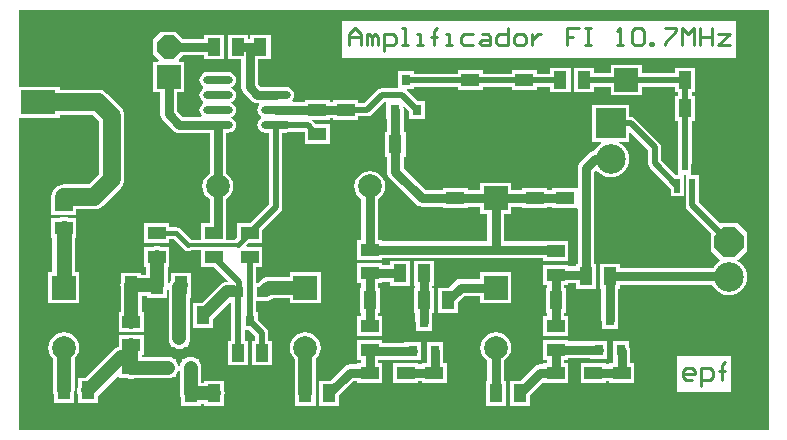
<source format=gtl>
%FSLAX25Y25*%
%MOIN*%
G70*
G01*
G75*
G04 Layer_Physical_Order=1*
G04 Layer_Color=255*
%ADD10R,0.11811X0.07874*%
%ADD11R,0.19685X0.11811*%
%ADD12R,0.05906X0.04331*%
%ADD13R,0.04331X0.05906*%
%ADD14R,0.01969X0.04724*%
%ADD15R,0.03150X0.03543*%
%ADD16O,0.09843X0.02756*%
%ADD17C,0.03150*%
%ADD18C,0.01969*%
%ADD19C,0.05906*%
%ADD20C,0.01575*%
%ADD21C,0.01181*%
%ADD22C,0.03937*%
%ADD23C,0.04724*%
%ADD24C,0.05118*%
%ADD25C,0.00945*%
%ADD26R,0.07874X0.07874*%
%ADD27R,0.07874X0.07874*%
%ADD28P,0.08523X8X112.5*%
%ADD29C,0.07874*%
%ADD30P,0.10653X8X292.5*%
%ADD31C,0.09843*%
%ADD32R,0.09843X0.09843*%
G36*
X252918Y2987D02*
X2987D01*
Y106882D01*
X16587D01*
Y107831D01*
X27773D01*
X29831Y105773D01*
Y88227D01*
X26273Y84670D01*
X18000D01*
X16921Y84527D01*
X15915Y84111D01*
X15052Y83448D01*
X14389Y82585D01*
X13973Y81579D01*
X13934Y81283D01*
X13866D01*
Y80771D01*
X13830Y80500D01*
X13866Y80229D01*
Y74591D01*
X22134D01*
Y76331D01*
X28000D01*
X28000Y76331D01*
X29079Y76473D01*
X30085Y76889D01*
X30948Y77552D01*
X36948Y83552D01*
X36948Y83552D01*
X37611Y84415D01*
X38027Y85421D01*
X38170Y86500D01*
Y107500D01*
X38170Y107500D01*
X38027Y108579D01*
X37611Y109585D01*
X36948Y110448D01*
X32448Y114948D01*
X31585Y115611D01*
X30579Y116027D01*
X29500Y116170D01*
X29500Y116170D01*
X16587D01*
Y117118D01*
X2987D01*
Y142682D01*
X252918D01*
Y2987D01*
D02*
G37*
%LPC*%
G36*
X144496Y32032D02*
X138984D01*
Y29259D01*
X138961Y29079D01*
Y25284D01*
X137366D01*
Y24717D01*
X136134D01*
Y25284D01*
X127866D01*
Y18591D01*
X136134D01*
Y19157D01*
X137366D01*
Y18591D01*
X145634D01*
Y25284D01*
X144520D01*
Y29079D01*
X144496Y29259D01*
Y32032D01*
D02*
G37*
G36*
X240401Y27530D02*
X222374D01*
Y15406D01*
X240401D01*
Y27530D01*
D02*
G37*
G36*
X124134Y32909D02*
X115866D01*
Y26217D01*
X117220D01*
Y25284D01*
X115866D01*
Y24717D01*
X113374D01*
X112655Y24622D01*
X111984Y24344D01*
X111408Y23902D01*
X106640Y19134D01*
X103091D01*
Y10866D01*
X109783D01*
Y14415D01*
X114525Y19157D01*
X115866D01*
Y18591D01*
X124134D01*
Y25284D01*
X122780D01*
Y26217D01*
X124134D01*
Y26299D01*
X131504D01*
Y26126D01*
X137016D01*
Y28898D01*
X137039Y29079D01*
X137016Y29259D01*
Y32032D01*
X131504D01*
Y31858D01*
X124134D01*
Y32909D01*
D02*
G37*
G36*
X206496Y32531D02*
X200984D01*
Y29759D01*
X200960Y29579D01*
X200984Y29398D01*
Y26626D01*
X201220D01*
Y25284D01*
X199866D01*
Y24717D01*
X198634D01*
Y25284D01*
X190366D01*
Y18591D01*
X198634D01*
Y19157D01*
X199866D01*
Y18591D01*
X208134D01*
Y25284D01*
X206780D01*
Y29319D01*
X206685Y30038D01*
X206496Y30494D01*
Y32531D01*
D02*
G37*
G36*
X98500Y35477D02*
X97164Y35301D01*
X95919Y34786D01*
X94850Y33965D01*
X94029Y32896D01*
X93514Y31651D01*
X93338Y30315D01*
X93514Y28979D01*
X94029Y27734D01*
X94850Y26665D01*
X94926Y26606D01*
Y15063D01*
X94926Y15063D01*
X94926D01*
X95048Y14138D01*
X95217Y13731D01*
Y10866D01*
X101909D01*
Y13820D01*
X102015Y14075D01*
X102137Y15000D01*
X102074Y15478D01*
Y26606D01*
X102150Y26665D01*
X102971Y27734D01*
X103486Y28979D01*
X103662Y30315D01*
X103486Y31651D01*
X102971Y32896D01*
X102150Y33965D01*
X101081Y34786D01*
X99836Y35301D01*
X98500Y35477D01*
D02*
G37*
G36*
X40500Y34637D02*
X39575Y34515D01*
X39320Y34409D01*
X36366D01*
Y30490D01*
X36075Y30452D01*
X35213Y30095D01*
X34473Y29527D01*
X25080Y20134D01*
X22654D01*
Y17180D01*
X22548Y16925D01*
X22426Y16000D01*
X22548Y15075D01*
X22654Y14820D01*
Y11866D01*
X29346D01*
Y14292D01*
X35904Y20850D01*
X36366Y20659D01*
Y20091D01*
X39320D01*
X39575Y19985D01*
X40500Y19863D01*
X41425Y19985D01*
X41473Y20005D01*
X52760D01*
X53685Y20127D01*
X54547Y20484D01*
X54732Y20626D01*
X55516D01*
Y21350D01*
X55855Y21792D01*
X56176Y22567D01*
X56666Y22469D01*
Y15197D01*
X56788Y14272D01*
X56997Y13767D01*
X57091Y13542D01*
Y10866D01*
X63784D01*
Y11426D01*
X64717D01*
Y10866D01*
X71409D01*
Y13820D01*
X71515Y14075D01*
X71637Y15000D01*
X71515Y15925D01*
X71409Y16180D01*
Y19134D01*
X64717D01*
Y18574D01*
X63814D01*
Y23579D01*
X63692Y24504D01*
X63335Y25366D01*
X62996Y25808D01*
Y26531D01*
X62213D01*
X62027Y26674D01*
X61165Y27031D01*
X60240Y27153D01*
X59315Y27031D01*
X58453Y26674D01*
X58268Y26531D01*
X57484D01*
Y25808D01*
X57145Y25366D01*
X56788Y24504D01*
X56750Y24215D01*
X56250D01*
X56212Y24504D01*
X55855Y25366D01*
X55516Y25808D01*
Y26531D01*
X54732D01*
X54547Y26674D01*
X53685Y27031D01*
X52760Y27153D01*
X44074D01*
Y27716D01*
X44634D01*
Y34409D01*
X41680D01*
X41425Y34515D01*
X40500Y34637D01*
D02*
G37*
G36*
X18000Y35477D02*
X16664Y35301D01*
X15419Y34786D01*
X14350Y33965D01*
X13529Y32896D01*
X13014Y31651D01*
X12838Y30315D01*
X13014Y28979D01*
X13529Y27734D01*
X14350Y26665D01*
X14426Y26606D01*
Y16126D01*
X14548Y15201D01*
X14780Y14642D01*
Y11866D01*
X21472D01*
Y15356D01*
X21574Y16126D01*
Y26606D01*
X21650Y26665D01*
X22471Y27734D01*
X22986Y28979D01*
X23162Y30315D01*
X22986Y31651D01*
X22471Y32896D01*
X21650Y33965D01*
X20581Y34786D01*
X19336Y35301D01*
X18000Y35477D01*
D02*
G37*
G36*
X162000D02*
X160664Y35301D01*
X159419Y34786D01*
X158350Y33965D01*
X157529Y32896D01*
X157014Y31651D01*
X156838Y30315D01*
X157014Y28979D01*
X157529Y27734D01*
X158350Y26665D01*
X159220Y25997D01*
Y19134D01*
X158716D01*
Y10866D01*
X165409D01*
Y19134D01*
X164780D01*
Y25997D01*
X165650Y26665D01*
X166471Y27734D01*
X166986Y28979D01*
X167162Y30315D01*
X166986Y31651D01*
X166471Y32896D01*
X165650Y33965D01*
X164581Y34786D01*
X163336Y35301D01*
X162000Y35477D01*
D02*
G37*
G36*
X55559Y135618D02*
X50441D01*
X47882Y133059D01*
Y127941D01*
X49743Y126080D01*
X49551Y125618D01*
X47882D01*
Y115382D01*
X50220D01*
Y108000D01*
X50315Y107281D01*
X50593Y106610D01*
X51034Y106035D01*
X54535Y102534D01*
X54535Y102534D01*
X54535D01*
X54535Y102534D01*
X54535D01*
X54535Y102534D01*
Y102534D01*
Y102534D01*
D01*
D01*
X54535D01*
Y102534D01*
X55110Y102093D01*
X55781Y101815D01*
X56500Y101720D01*
X66575D01*
Y88318D01*
X65704Y87650D01*
X64884Y86581D01*
X64368Y85336D01*
X64192Y84000D01*
X64368Y82664D01*
X64884Y81419D01*
X65704Y80350D01*
X66575Y79682D01*
Y71784D01*
X63866D01*
Y66306D01*
X60532D01*
X56982Y69856D01*
X56331Y70291D01*
X55563Y70444D01*
X53134D01*
Y71784D01*
X44866D01*
Y65091D01*
X53134D01*
Y66430D01*
X54732D01*
X58081Y63081D01*
X58732Y62646D01*
X59500Y62493D01*
X60268Y62646D01*
X60340Y62694D01*
X63866D01*
Y57217D01*
X68224D01*
X72802Y52639D01*
X72611Y52177D01*
X72437D01*
X71615Y52069D01*
X70849Y51751D01*
X70191Y51246D01*
X64078Y45134D01*
X61091D01*
Y36866D01*
X67783D01*
Y39854D01*
X73393Y45464D01*
X73855Y45272D01*
Y32634D01*
X72716D01*
Y24366D01*
X79409D01*
Y32634D01*
X78271D01*
Y36126D01*
X79830D01*
X81729Y34227D01*
Y32634D01*
X80591D01*
Y24366D01*
X87283D01*
Y32634D01*
X86145D01*
Y35142D01*
X85977Y35987D01*
X85498Y36703D01*
X82756Y39445D01*
Y42031D01*
X82208D01*
Y45968D01*
X85178D01*
X85500Y45926D01*
X85822Y45968D01*
X86496D01*
Y46077D01*
X87287Y46405D01*
X87725Y46741D01*
X93382D01*
Y45197D01*
X103618D01*
Y55433D01*
X93382D01*
Y53889D01*
X86315D01*
X85390Y53767D01*
X84885Y53558D01*
X84528Y53410D01*
X83788Y52842D01*
X82973Y52027D01*
X82855Y51874D01*
X82208D01*
Y57217D01*
X84134D01*
Y63909D01*
X78936D01*
X78745Y64371D01*
X79464Y65091D01*
X84134D01*
Y69449D01*
X90207Y75522D01*
X90685Y76238D01*
X90853Y77083D01*
Y101919D01*
X92189D01*
X92857Y102007D01*
X93480Y102265D01*
X93515Y102292D01*
X98342D01*
X98366Y102268D01*
Y98216D01*
X106634D01*
Y104909D01*
X101969D01*
X100818Y106061D01*
X100827Y106091D01*
X106634D01*
Y106720D01*
X107866D01*
Y106091D01*
X116134D01*
Y107355D01*
X119063D01*
X119908Y107523D01*
X120624Y108002D01*
X120624Y108002D01*
X120624Y108002D01*
X124915Y112292D01*
X125504D01*
Y109759D01*
X125480Y109579D01*
X125504Y109398D01*
Y106626D01*
X125783D01*
Y102134D01*
X125216D01*
Y93866D01*
X125783D01*
Y88937D01*
X125783Y88937D01*
X125783D01*
X125878Y88218D01*
X126156Y87547D01*
X126597Y86971D01*
X135471Y78097D01*
X136047Y77656D01*
X136718Y77378D01*
X137437Y77283D01*
X144366D01*
Y76717D01*
X152634D01*
Y77283D01*
X156882D01*
Y74882D01*
X159220D01*
Y65717D01*
X124134D01*
Y66284D01*
X122780D01*
Y79682D01*
X123650Y80350D01*
X124471Y81419D01*
X124986Y82664D01*
X125162Y84000D01*
X124986Y85336D01*
X124471Y86581D01*
X123650Y87650D01*
X122581Y88471D01*
X121336Y88986D01*
X120000Y89162D01*
X118664Y88986D01*
X117419Y88471D01*
X116350Y87650D01*
X115529Y86581D01*
X115014Y85336D01*
X114838Y84000D01*
X115014Y82664D01*
X115529Y81419D01*
X116350Y80350D01*
X117220Y79682D01*
Y66284D01*
X115866D01*
Y59591D01*
X124134D01*
Y60157D01*
X177866D01*
Y59091D01*
X186134D01*
Y65784D01*
X177866D01*
Y65717D01*
X164780D01*
Y74882D01*
X167118D01*
Y77283D01*
X170866D01*
Y76717D01*
X179134D01*
Y77283D01*
X180866D01*
Y76717D01*
X188930D01*
X189283Y76363D01*
Y58134D01*
X188716D01*
Y57343D01*
X186134D01*
Y57909D01*
X177866D01*
Y51217D01*
X179220D01*
Y50134D01*
X178591D01*
Y41866D01*
X179220D01*
Y40784D01*
X177866D01*
Y34091D01*
X186134D01*
Y40784D01*
X184780D01*
Y41866D01*
X185284D01*
Y50134D01*
X184780D01*
Y51217D01*
X186134D01*
Y51783D01*
X188716D01*
Y49866D01*
X195409D01*
Y58134D01*
X194843D01*
Y88898D01*
X195205Y89243D01*
X195675Y89220D01*
X195979Y88849D01*
X196908Y88087D01*
X197968Y87520D01*
X199119Y87171D01*
X200315Y87053D01*
X201511Y87171D01*
X202661Y87520D01*
X203722Y88087D01*
X204651Y88849D01*
X205413Y89778D01*
X205980Y90838D01*
X206329Y91989D01*
X206447Y93185D01*
X206329Y94381D01*
X205980Y95532D01*
X205413Y96592D01*
X204651Y97521D01*
X203722Y98283D01*
X202661Y98850D01*
X202668Y98894D01*
X206417D01*
Y101807D01*
X206879Y101998D01*
X212792Y96086D01*
Y91701D01*
X212960Y90856D01*
X213439Y90140D01*
X213439Y90140D01*
X213439Y90140D01*
X220276Y83303D01*
Y80717D01*
X224606D01*
Y84047D01*
X224649Y84260D01*
X224606Y84473D01*
Y87803D01*
X224606D01*
Y87843D01*
X224960Y88197D01*
X225394D01*
Y87803D01*
X225394D01*
Y84473D01*
X225351Y84260D01*
Y77752D01*
X225519Y76907D01*
X225998Y76191D01*
X225998Y76191D01*
X225998Y76191D01*
X233583Y68606D01*
Y62575D01*
X236611Y59547D01*
X236538Y59052D01*
X236278Y58913D01*
X235349Y58151D01*
X234587Y57222D01*
X234350Y56780D01*
X203284D01*
Y58134D01*
X196591D01*
Y49866D01*
X197220D01*
Y39421D01*
X197244Y39241D01*
Y36468D01*
X202756D01*
Y39241D01*
X202780Y39421D01*
Y49866D01*
X203284D01*
Y51220D01*
X234153D01*
X234587Y50408D01*
X235349Y49479D01*
X236278Y48717D01*
X237338Y48150D01*
X238489Y47801D01*
X239685Y47683D01*
X240881Y47801D01*
X242032Y48150D01*
X243092Y48717D01*
X244021Y49479D01*
X244783Y50408D01*
X245350Y51468D01*
X245699Y52619D01*
X245817Y53815D01*
X245699Y55011D01*
X245350Y56161D01*
X244783Y57222D01*
X244021Y58151D01*
X243092Y58913D01*
X242032Y59480D01*
X242038Y59524D01*
X242736D01*
X245787Y62575D01*
Y68677D01*
X242736Y71728D01*
X236705D01*
X229767Y78667D01*
Y84260D01*
X229724Y84473D01*
Y87803D01*
X227165D01*
Y88197D01*
X227165D01*
Y91273D01*
X227271Y91803D01*
Y105866D01*
X228409D01*
Y114134D01*
X227271D01*
Y115366D01*
X228409D01*
Y123634D01*
X221716D01*
Y121708D01*
X210618D01*
Y124618D01*
X200382D01*
Y121708D01*
X194783D01*
Y123634D01*
X188091D01*
Y115366D01*
X194783D01*
Y117292D01*
X200382D01*
Y114382D01*
X210618D01*
Y117292D01*
X221716D01*
Y115366D01*
X222855D01*
Y114134D01*
X221716D01*
Y105866D01*
X222855D01*
Y95284D01*
X222835D01*
Y91953D01*
X222792Y91740D01*
X222835Y91527D01*
Y88197D01*
X222835D01*
Y88157D01*
X222481Y87803D01*
X222020D01*
X217208Y92615D01*
Y97000D01*
X217040Y97845D01*
X216561Y98561D01*
X208565Y106557D01*
X207849Y107036D01*
X207004Y107204D01*
X206417D01*
Y111098D01*
X194213D01*
Y98894D01*
X197021D01*
X197142Y98409D01*
X196908Y98283D01*
X195979Y97521D01*
X195217Y96592D01*
X194858Y95922D01*
X194466Y95870D01*
X193795Y95592D01*
X193219Y95151D01*
X190097Y92028D01*
X189656Y91453D01*
X189378Y90782D01*
X189283Y90063D01*
Y83559D01*
X189134Y83410D01*
X188930Y83409D01*
X188930Y83410D01*
Y83409D01*
X180866D01*
Y82843D01*
X179134D01*
Y83409D01*
X170866D01*
Y82843D01*
X167118D01*
Y85118D01*
X156882D01*
Y82843D01*
X152634D01*
Y83409D01*
X144366D01*
Y82843D01*
X138588D01*
X131343Y90088D01*
Y93866D01*
X131909D01*
Y102134D01*
X131343D01*
Y109276D01*
X131248Y109995D01*
X131064Y110439D01*
X131480Y110717D01*
X132984Y109212D01*
Y106626D01*
X138496D01*
Y112531D01*
X135910D01*
X132380Y116061D01*
X132504Y116469D01*
X134756D01*
Y117213D01*
X149366D01*
Y116091D01*
X157634D01*
Y117229D01*
X167366D01*
Y116091D01*
X175634D01*
Y117229D01*
X180217D01*
Y115366D01*
X186909D01*
Y123634D01*
X180217D01*
Y121645D01*
X175634D01*
Y122784D01*
X167366D01*
Y121645D01*
X157634D01*
Y122784D01*
X149366D01*
Y121629D01*
X134756D01*
Y122374D01*
X129244D01*
Y116708D01*
X124000D01*
X123155Y116540D01*
X122439Y116061D01*
X118149Y111771D01*
X116134D01*
Y112784D01*
X107866D01*
Y112280D01*
X106634D01*
Y112784D01*
X98366D01*
Y112280D01*
X94276D01*
X94055Y112728D01*
X94424Y113209D01*
X94682Y113832D01*
X94770Y114500D01*
X94682Y115168D01*
X94424Y115791D01*
X94014Y116325D01*
X93480Y116735D01*
X92857Y116993D01*
X92189Y117081D01*
X89616D01*
X89365Y117185D01*
X88646Y117280D01*
X83651D01*
X82780Y118151D01*
Y126366D01*
X86909D01*
Y134634D01*
X80216D01*
Y133280D01*
X79283D01*
Y134634D01*
X72591D01*
Y126366D01*
X77220D01*
Y117000D01*
X77220Y117000D01*
X77220D01*
X77315Y116281D01*
X77593Y115610D01*
X78035Y115034D01*
X80534Y112534D01*
X80534Y112534D01*
X80534D01*
X80534Y112534D01*
X80534D01*
X80534Y112534D01*
Y112534D01*
Y112534D01*
D01*
D01*
X80534D01*
Y112534D01*
X81110Y112093D01*
X81781Y111815D01*
X81781Y111815D01*
X81781Y111815D01*
D01*
X81781Y111815D01*
X81781Y111815D01*
X82500Y111720D01*
X83015D01*
X83236Y111272D01*
X82867Y110791D01*
X82609Y110168D01*
X82521Y109500D01*
X82609Y108832D01*
X82867Y108209D01*
X83277Y107675D01*
X83812Y107265D01*
X83847Y107250D01*
Y106750D01*
X83812Y106735D01*
X83277Y106325D01*
X82867Y105791D01*
X82609Y105168D01*
X82521Y104500D01*
X82609Y103832D01*
X82867Y103209D01*
X83277Y102675D01*
X83812Y102265D01*
X84434Y102007D01*
X85102Y101919D01*
X86438D01*
Y77997D01*
X80224Y71784D01*
X75866D01*
Y67170D01*
X75003Y66306D01*
X72134D01*
Y69790D01*
X72134Y69791D01*
Y79682D01*
X73005Y80350D01*
X73825Y81419D01*
X74341Y82664D01*
X74517Y84000D01*
X74341Y85336D01*
X73825Y86581D01*
X73005Y87650D01*
X72134Y88318D01*
Y101919D01*
X72898D01*
X73566Y102007D01*
X74188Y102265D01*
X74723Y102675D01*
X75133Y103209D01*
X75391Y103832D01*
X75479Y104500D01*
X75391Y105168D01*
X75133Y105791D01*
X74723Y106325D01*
X74188Y106735D01*
X73566Y106993D01*
X74188Y107265D01*
X74188D01*
D01*
D01*
D01*
X74188Y107265D01*
X74723Y107675D01*
X75133Y108209D01*
X75391Y108832D01*
X75479Y109500D01*
X75391Y110168D01*
X75133Y110791D01*
X74723Y111325D01*
X74188Y111735D01*
X73566Y111993D01*
X74188Y112265D01*
X74188D01*
D01*
D01*
D01*
X74188Y112265D01*
X74723Y112675D01*
X75133Y113209D01*
X75391Y113832D01*
X75479Y114500D01*
X75391Y115168D01*
X75133Y115791D01*
X74723Y116325D01*
X74188Y116735D01*
X73566Y116993D01*
X74188Y117265D01*
X74188D01*
D01*
D01*
D01*
X74188Y117265D01*
X74723Y117675D01*
X75133Y118209D01*
X75391Y118832D01*
X75479Y119500D01*
X75391Y120168D01*
X75133Y120791D01*
X74723Y121325D01*
X74188Y121735D01*
X73566Y121993D01*
X72898Y122081D01*
X65811D01*
X65143Y121993D01*
X64521Y121735D01*
X63986Y121325D01*
X63576Y120791D01*
X63318Y120168D01*
X63230Y119500D01*
X63318Y118832D01*
X63576Y118209D01*
X63986Y117675D01*
X64521Y117265D01*
X64556Y117250D01*
Y116750D01*
X64521Y116735D01*
X63986Y116325D01*
X63576Y115791D01*
X63318Y115168D01*
X63230Y114500D01*
X63318Y113832D01*
X63576Y113209D01*
X63986Y112675D01*
X64521Y112265D01*
X64556Y112250D01*
Y111750D01*
X64521Y111735D01*
X63986Y111325D01*
X63576Y110791D01*
X63318Y110168D01*
X63230Y109500D01*
X63318Y108832D01*
X63576Y108209D01*
X63945Y107728D01*
X63724Y107280D01*
X57651D01*
X55780Y109151D01*
Y115382D01*
X58118D01*
Y125618D01*
X56449D01*
X56257Y126080D01*
X57898Y127720D01*
X64717D01*
Y126366D01*
X71409D01*
Y134634D01*
X64717D01*
Y133280D01*
X57898D01*
X55559Y135618D01*
D02*
G37*
G36*
X49000Y64137D02*
X48075Y64015D01*
X47820Y63909D01*
X44866D01*
Y57217D01*
X45489D01*
Y54574D01*
X43784D01*
Y55134D01*
X37091D01*
Y52180D01*
X36985Y51925D01*
X36863Y51000D01*
X36926Y50522D01*
Y42283D01*
X36366D01*
Y35591D01*
X39320D01*
X39575Y35485D01*
X40500Y35363D01*
X41425Y35485D01*
X41680Y35591D01*
X44634D01*
Y42283D01*
X44074D01*
Y47426D01*
X45717D01*
Y46866D01*
X52409D01*
Y49495D01*
X52796Y49812D01*
X52926Y49786D01*
Y33421D01*
X53048Y32496D01*
X53405Y31634D01*
X53744Y31192D01*
Y30468D01*
X54528D01*
X54713Y30326D01*
X55575Y29969D01*
X56500Y29847D01*
X57425Y29969D01*
X58287Y30326D01*
X58472Y30468D01*
X59256D01*
Y31192D01*
X59595Y31634D01*
X59952Y32496D01*
X60074Y33421D01*
Y46866D01*
X60283D01*
Y49820D01*
X60389Y50075D01*
X60511Y51000D01*
X60389Y51925D01*
X60283Y52180D01*
Y55134D01*
X53591D01*
Y52592D01*
X53405Y52350D01*
X53257Y51993D01*
X53127Y51679D01*
X52637Y51777D01*
Y57217D01*
X53134D01*
Y63909D01*
X50180D01*
X49925Y64015D01*
X49000Y64137D01*
D02*
G37*
G36*
X242053Y139030D02*
X110874D01*
Y126906D01*
X242053D01*
Y139030D01*
D02*
G37*
G36*
X133409Y59134D02*
X126716D01*
Y57780D01*
X124134D01*
Y58409D01*
X115866D01*
Y51717D01*
X117220D01*
Y50134D01*
X116591D01*
Y41866D01*
X117220D01*
Y40784D01*
X115866D01*
Y34091D01*
X124134D01*
Y40784D01*
X122780D01*
Y41866D01*
X123284D01*
Y50134D01*
X122780D01*
Y51717D01*
X124134D01*
Y52220D01*
X126716D01*
Y50866D01*
X133409D01*
Y59134D01*
D02*
G37*
G36*
X141284D02*
X134591D01*
Y50866D01*
X135220D01*
Y50134D01*
X134716D01*
Y41866D01*
X135220D01*
Y38921D01*
X135244Y38741D01*
Y35969D01*
X140756D01*
Y38741D01*
X140780Y38921D01*
Y41866D01*
X141409D01*
Y50134D01*
X140780D01*
Y50866D01*
X141284D01*
Y59134D01*
D02*
G37*
G36*
X186134Y32909D02*
X177866D01*
Y26217D01*
X179220D01*
Y25284D01*
X177866D01*
Y24717D01*
X176874D01*
X176155Y24622D01*
X175484Y24344D01*
X174908Y23902D01*
X170140Y19134D01*
X166591D01*
Y10866D01*
X173284D01*
Y14415D01*
X177578Y18710D01*
X177866Y18590D01*
Y18590D01*
X177866Y18591D01*
X186134D01*
Y25284D01*
X184780D01*
Y26217D01*
X186134D01*
Y26799D01*
X193504D01*
Y26626D01*
X199016D01*
Y29398D01*
X199039Y29579D01*
X199016Y29759D01*
Y32531D01*
X193504D01*
Y32358D01*
X186134D01*
Y32909D01*
D02*
G37*
G36*
X167118Y55433D02*
X156882D01*
Y53095D01*
X150252D01*
X149532Y53000D01*
X148862Y52722D01*
X148286Y52280D01*
X146140Y50134D01*
X142591D01*
Y41866D01*
X149284D01*
Y45415D01*
X151403Y47535D01*
X156882D01*
Y45197D01*
X167118D01*
Y55433D01*
D02*
G37*
G36*
X18000Y73835D02*
X17024Y73707D01*
X16306Y73409D01*
X13866D01*
Y66716D01*
X14228D01*
Y55433D01*
X12882D01*
Y45197D01*
X23118D01*
Y55433D01*
X21772D01*
Y66716D01*
X22134D01*
Y73409D01*
X19694D01*
X18976Y73707D01*
X18000Y73835D01*
D02*
G37*
%LPD*%
D10*
X9500Y112000D02*
D03*
D11*
X13043Y95465D02*
D03*
Y128535D02*
D03*
D12*
X185000Y80063D02*
D03*
Y87937D02*
D03*
X148500Y80063D02*
D03*
Y87937D02*
D03*
X175000Y80063D02*
D03*
Y87937D02*
D03*
X80000Y60563D02*
D03*
Y68437D02*
D03*
X68000Y60563D02*
D03*
Y68437D02*
D03*
X182000Y62437D02*
D03*
Y54563D02*
D03*
X120000Y62937D02*
D03*
Y55063D02*
D03*
X49000Y68437D02*
D03*
Y60563D02*
D03*
X182000Y37437D02*
D03*
Y29563D02*
D03*
X120000Y37437D02*
D03*
Y29563D02*
D03*
X40500Y38937D02*
D03*
Y31063D02*
D03*
X18000Y77937D02*
D03*
Y70063D02*
D03*
X182000Y21937D02*
D03*
Y14063D02*
D03*
X120000Y21937D02*
D03*
Y14063D02*
D03*
X40500Y23437D02*
D03*
Y15563D02*
D03*
X204000Y14063D02*
D03*
Y21937D02*
D03*
X194500D02*
D03*
Y14063D02*
D03*
X141500D02*
D03*
Y21937D02*
D03*
X132000D02*
D03*
Y14063D02*
D03*
X171500Y111563D02*
D03*
Y119437D02*
D03*
X102500Y109437D02*
D03*
Y101563D02*
D03*
X112000D02*
D03*
X112000Y109437D02*
D03*
X153500Y111563D02*
D03*
Y119437D02*
D03*
D13*
X76063Y28500D02*
D03*
X83937D02*
D03*
X181937Y46000D02*
D03*
X174063D02*
D03*
X119937D02*
D03*
X112063D02*
D03*
X40437Y51000D02*
D03*
X32563D02*
D03*
X192063Y54000D02*
D03*
X199937D02*
D03*
X130063Y55000D02*
D03*
X137937D02*
D03*
X49063Y51000D02*
D03*
X56937D02*
D03*
X232937Y110000D02*
D03*
X225063D02*
D03*
Y119500D02*
D03*
X232937D02*
D03*
X145937Y46000D02*
D03*
X138063D02*
D03*
X64437Y41000D02*
D03*
X56563D02*
D03*
X169937Y15000D02*
D03*
X162063D02*
D03*
X98563D02*
D03*
X106437D02*
D03*
X26000Y16000D02*
D03*
X18126D02*
D03*
X52563Y15000D02*
D03*
X60437D02*
D03*
X68063D02*
D03*
X75937D02*
D03*
X183563Y119500D02*
D03*
X191437D02*
D03*
X75937Y130500D02*
D03*
X68063D02*
D03*
X91437D02*
D03*
X83563D02*
D03*
X136437Y98000D02*
D03*
X128563D02*
D03*
D14*
X222441Y84260D02*
D03*
X227559D02*
D03*
X225000Y91740D02*
D03*
D15*
X83740Y48921D02*
D03*
X76260D02*
D03*
X80000Y39079D02*
D03*
X196260Y29579D02*
D03*
X203740Y29579D02*
D03*
X200000Y39421D02*
D03*
X134260Y29079D02*
D03*
X141740D02*
D03*
X138000Y38921D02*
D03*
X52760Y23579D02*
D03*
X60240D02*
D03*
X56500Y33421D02*
D03*
X128260Y109579D02*
D03*
X135740D02*
D03*
X132000Y119421D02*
D03*
D16*
X69354Y119500D02*
D03*
Y114500D02*
D03*
Y109500D02*
D03*
Y104500D02*
D03*
X88646Y119500D02*
D03*
X88646Y114500D02*
D03*
X88646Y109500D02*
D03*
X88646Y104500D02*
D03*
D17*
X192063Y54000D02*
Y90063D01*
X195185Y93185D01*
X200315D01*
X239500Y54000D02*
X239685Y53815D01*
X199937Y54000D02*
X239500D01*
X199937D02*
X200000Y53937D01*
Y39421D02*
Y53937D01*
X203740Y29579D02*
X204000Y29319D01*
Y21937D02*
Y29319D01*
X194500Y21937D02*
X204000D01*
X182000Y29563D02*
X182016Y29579D01*
X196260D01*
X182000Y37437D02*
Y54563D01*
X191500D02*
X192063Y54000D01*
X182000Y54563D02*
X191500D01*
X182000Y21937D02*
Y29563D01*
X176874Y21937D02*
X182000D01*
X169937Y15000D02*
X176874Y21937D01*
X162000Y15063D02*
X162063Y15000D01*
X162000Y15063D02*
Y30315D01*
X150252Y50315D02*
X162000D01*
X145937Y46000D02*
X150252Y50315D01*
X138000Y38921D02*
Y54937D01*
X137937Y55000D02*
X138000Y54937D01*
X132000Y21937D02*
X141500D01*
X141740Y22177D01*
Y29079D01*
X120000Y29563D02*
X120484Y29079D01*
X134260D01*
X120000Y37437D02*
Y55063D01*
X120063Y55000D01*
X130063D01*
X120000Y21937D02*
Y29563D01*
X113374Y21937D02*
X120000D01*
X106437Y15000D02*
X113374Y21937D01*
X120000Y62937D02*
Y84000D01*
X88646Y109500D02*
X111437D01*
X128563Y98000D02*
Y109276D01*
X128260Y109579D02*
X128563Y109276D01*
X80000Y129500D02*
X81000Y130500D01*
X80000Y117000D02*
Y129500D01*
Y117000D02*
X82500Y114500D01*
X88646D01*
X111437Y109500D02*
X111500Y109563D01*
X81000Y130500D02*
X83563D01*
X75937D02*
X81000D01*
X53000D02*
X68063D01*
X53000Y108000D02*
Y120500D01*
Y108000D02*
X56500Y104500D01*
X69354D01*
Y69791D02*
Y104500D01*
X68000Y68437D02*
X69354Y69791D01*
X148500Y80063D02*
X175000D01*
X137437D02*
X148500D01*
X128563Y88937D02*
X137437Y80063D01*
X128563Y88937D02*
Y98000D01*
X162000Y62937D02*
Y80000D01*
Y62937D02*
X181500D01*
X120000D02*
X162000D01*
X181500D02*
X182000Y62437D01*
X175000Y80063D02*
X185000D01*
D18*
X227559Y77752D02*
X239685Y65626D01*
X227559Y77752D02*
Y84260D01*
X215000Y91701D02*
X222441Y84260D01*
X215000Y91701D02*
Y97000D01*
X207004Y104996D02*
X215000Y97000D01*
X200315Y104996D02*
X207004D01*
X225063Y110000D02*
Y119500D01*
Y91803D02*
Y110000D01*
X225000Y91740D02*
X225063Y91803D01*
X205500Y119500D02*
X225063D01*
X191437D02*
X205500D01*
X171500Y119437D02*
X183500D01*
X153500D02*
X171500D01*
X183500D02*
X183563Y119500D01*
X153484Y119421D02*
X153500Y119437D01*
X132000Y119421D02*
X153484D01*
X111500Y109563D02*
X119063D01*
X124000Y114500D01*
X130819D01*
X135740Y109579D01*
X88646Y104500D02*
X99257D01*
X102194Y101563D01*
X102500D01*
X88646Y77083D02*
Y104500D01*
X80000Y68437D02*
X88646Y77083D01*
X76063Y28500D02*
Y48724D01*
X80000Y39079D02*
Y60563D01*
X83937Y28500D02*
Y35142D01*
X80000Y39079D02*
X83937Y35142D01*
X68000Y60563D02*
X76260Y52303D01*
Y48921D02*
Y52303D01*
X76063Y48724D02*
X76260Y48921D01*
D19*
X34000Y86500D02*
Y107500D01*
X29500Y112000D02*
X34000Y107500D01*
X9500Y112000D02*
X29500D01*
X28000Y80500D02*
X34000Y86500D01*
X18000Y80500D02*
X28000D01*
D20*
X49000Y68437D02*
X55563D01*
X59500Y64500D01*
X76035D02*
X79972Y68437D01*
X80000D01*
D21*
X59500Y64500D02*
X76035D01*
D22*
X72437Y49000D02*
X74500D01*
X64437Y41000D02*
X72437Y49000D01*
X18000Y16126D02*
X18126Y16000D01*
D23*
X98500Y15063D02*
X98563Y15000D01*
X98500Y15063D02*
Y30315D01*
X85500Y49500D02*
X86315Y50315D01*
X98500D01*
X49063Y51000D02*
Y60500D01*
X49000Y60563D02*
X49063Y60500D01*
X40437Y51000D02*
X49063D01*
X40500Y38937D02*
Y50937D01*
X56500Y33421D02*
Y50563D01*
X60437Y15000D02*
X68063D01*
X60240Y15197D02*
X60437Y15000D01*
X60240Y15197D02*
Y23579D01*
X37000Y27000D02*
X40500D01*
X26000Y16000D02*
X37000Y27000D01*
X40500Y23437D02*
X40642Y23579D01*
X52760D01*
X56500Y50563D02*
X56937Y51000D01*
X40437D02*
X40500Y50937D01*
Y27000D02*
Y31063D01*
Y23437D02*
Y27000D01*
X18000Y16126D02*
Y30315D01*
D24*
Y50315D02*
Y70063D01*
D25*
X113000Y131000D02*
Y134936D01*
X114968Y136904D01*
X116936Y134936D01*
Y131000D01*
Y133952D01*
X113000D01*
X118904Y131000D02*
Y134936D01*
X119887D01*
X120871Y133952D01*
Y131000D01*
Y133952D01*
X121855Y134936D01*
X122839Y133952D01*
Y131000D01*
X124807Y129032D02*
Y134936D01*
X127759D01*
X128743Y133952D01*
Y131984D01*
X127759Y131000D01*
X124807D01*
X130711D02*
X132679D01*
X131695D01*
Y136904D01*
X130711D01*
X135631Y131000D02*
X137598D01*
X136614D01*
Y134936D01*
X135631D01*
X141534Y131000D02*
Y135920D01*
Y133952D01*
X140550D01*
X142518D01*
X141534D01*
Y135920D01*
X142518Y136904D01*
X145470Y131000D02*
X147438D01*
X146454D01*
Y134936D01*
X145470D01*
X154325D02*
X151373D01*
X150390Y133952D01*
Y131984D01*
X151373Y131000D01*
X154325D01*
X157277Y134936D02*
X159245D01*
X160229Y133952D01*
Y131000D01*
X157277D01*
X156293Y131984D01*
X157277Y132968D01*
X160229D01*
X166132Y136904D02*
Y131000D01*
X163181D01*
X162197Y131984D01*
Y133952D01*
X163181Y134936D01*
X166132D01*
X169084Y131000D02*
X171052D01*
X172036Y131984D01*
Y133952D01*
X171052Y134936D01*
X169084D01*
X168100Y133952D01*
Y131984D01*
X169084Y131000D01*
X174004Y134936D02*
Y131000D01*
Y132968D01*
X174988Y133952D01*
X175972Y134936D01*
X176956D01*
X189747Y136904D02*
X185811D01*
Y133952D01*
X187779D01*
X185811D01*
Y131000D01*
X191715Y136904D02*
X193683D01*
X192699D01*
Y131000D01*
X191715D01*
X193683D01*
X202538D02*
X204506D01*
X203522D01*
Y136904D01*
X202538Y135920D01*
X207458D02*
X208442Y136904D01*
X210409D01*
X211393Y135920D01*
Y131984D01*
X210409Y131000D01*
X208442D01*
X207458Y131984D01*
Y135920D01*
X213361Y131000D02*
Y131984D01*
X214345D01*
Y131000D01*
X213361D01*
X218281Y136904D02*
X222217D01*
Y135920D01*
X218281Y131984D01*
Y131000D01*
X224184D02*
Y136904D01*
X226152Y134936D01*
X228120Y136904D01*
Y131000D01*
X230088Y136904D02*
Y131000D01*
Y133952D01*
X234024D01*
Y136904D01*
Y131000D01*
X235992Y134936D02*
X239927D01*
X235992Y131000D01*
X239927D01*
X227452Y19500D02*
X225484D01*
X224500Y20484D01*
Y22452D01*
X225484Y23436D01*
X227452D01*
X228436Y22452D01*
Y21468D01*
X224500D01*
X230404Y17532D02*
Y23436D01*
X233355D01*
X234339Y22452D01*
Y20484D01*
X233355Y19500D01*
X230404D01*
X237291D02*
Y24420D01*
Y22452D01*
X236307D01*
X238275D01*
X237291D01*
Y24420D01*
X238275Y25404D01*
D26*
X205500Y119500D02*
D03*
D27*
X162000Y80000D02*
D03*
X53000Y120500D02*
D03*
X162000Y50315D02*
D03*
X98500D02*
D03*
X18000D02*
D03*
D28*
X162000Y90000D02*
D03*
X53000Y130500D02*
D03*
D29*
X162000Y30315D02*
D03*
Y40315D02*
D03*
X98500Y30315D02*
D03*
Y40315D02*
D03*
X18000Y30315D02*
D03*
Y40315D02*
D03*
X69354Y84000D02*
D03*
X120000D02*
D03*
D30*
X239685Y65626D02*
D03*
X200315Y81374D02*
D03*
D31*
X239685Y53815D02*
D03*
X200315Y93185D02*
D03*
D32*
Y104996D02*
D03*
X239685Y42004D02*
D03*
M02*

</source>
